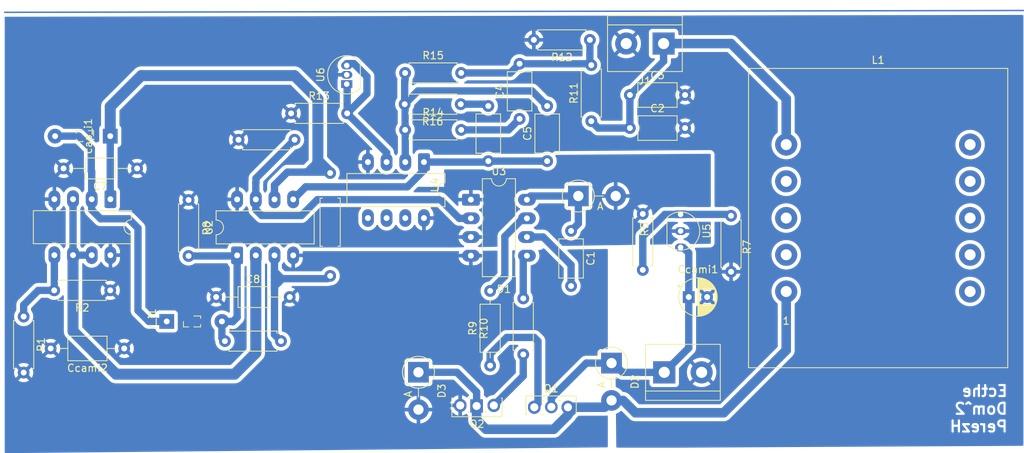
<source format=kicad_pcb>
(kicad_pcb (version 20241229) (generator "pcbnew") (generator_version "9.0")
  (layers (0 "F.Cu" signal) (2 "B.Cu" signal) (13 "F.Paste" user) (15 "B.Paste" user) (5 "F.SilkS" user "F.Silkscreen") (7 "B.SilkS" user "B.Silkscreen") (1 "F.Mask" user) (3 "B.Mask" user) (25 "Edge.Cuts" user))
  (net 0 "")
  (net 1 "Vref")
  (net 2 "GND")
  (net 3 "Net-(U1A--)")
  (net 4 "Net-(U2B--)")
  (net 5 "Net-(r_i1-Pin_2)")
  (net 6 "Net-(U2A-+)")
  (net 7 "Vin")
  (net 8 "Net-(U1A-+)")
  (net 9 "Net-(U1B-+)")
  (net 10 "Net-(U3-VS)")
  (net 11 "Net-(D1-K)")
  (net 12 "Net-(J1-Pin_1)")
  (net 13 "Net-(C4-Pad2)")
  (net 14 "Net-(C4-Pad1)")
  (net 15 "Net-(U4A--)")
  (net 16 "Net-(C6-Pad2)")
  (net 17 "Vreg")
  (net 18 "Net-(D2-A)")
  (net 19 "Net-(Q1-G)")
  (net 20 "Net-(Q2-G)")
  (net 21 "Net-(U5-ADJ)")
  (net 22 "Net-(U3-IN)")
  (net 23 "Net-(U3-LO)")
  (net 24 "Net-(U4A-+)")
  (net 25 "Net-(U3-HO)")
  (footprint "Package_TO_SOT_THT:SIPAK_Vertical" (layer "F.Cu") (at 142.75 111.5 180)
    (property "Reference" "Q2" (at 2.286 -2.54 0) (layer "F.SilkS"))
    (property "Value" "NMOS")
    (pad "1" thru_hole rect (at 2.340846 -0.0785 180) (size 1.7145 1.8) (drill 1.1) (layers "*.Cu" "*.Mask") (net 18 "Net-(D2-A)"))
    (pad "2" thru_hole oval (at 0 0 180) (size 1.7145 1.8) (drill 1.1) (layers "*.Cu" "*.Mask") (net 20 "Net-(Q2-G)"))
    (pad "3" thru_hole oval (at 4.572 0 180) (size 1.7145 1.8) (drill 1.1) (layers "*.Cu" "*.Mask") (net 2 "GND"))
  )
  (footprint "Diode_THT:D_5W_P5.08mm_Vertical_AnodeUp" (layer "F.Cu") (at 158.75 105.73995 -90)
    (property "Reference" "D2" (at 2.54 -3.174899 90) (layer "F.SilkS"))
    (property "Value" "D")
    (fp_text user "A" (at 2.98 1.4 90) (layer "F.SilkS"))
    (pad "1" thru_hole rect (at 0 0 270) (size 2.8 2.8) (drill 1.4) (layers "*.Cu" "*.Mask") (net 7 "Vin"))
    (pad "2" thru_hole oval (at 5.08 0 270) (size 2.8 2.8) (drill 1.4) (layers "*.Cu" "*.Mask") (net 18 "Net-(D2-A)"))
  )
  (footprint "Resistor_THT:R_Axial_DIN0207_L6.3mm_D2.5mm_P7.62mm_Horizontal" (layer "F.Cu") (at 146.75 96.94 -90)
    (property "Reference" "R10" (at 4.08 5.36 90) (layer "F.SilkS"))
    (property "Value" "R")
    (pad "1" thru_hole circle (at 0 0 270) (size 1.6 1.6) (drill 0.8) (layers "*.Cu" "*.Mask") (net 23 "Net-(U3-LO)"))
    (pad "2" thru_hole oval (at 7.62 0 270) (size 1.6 1.6) (drill 0.8) (layers "*.Cu" "*.Mask") (net 20 "Net-(Q2-G)"))
  )
  (footprint "Resistor_THT:R_Axial_DIN0207_L6.3mm_D2.5mm_P7.62mm_Horizontal" (layer "F.Cu") (at 101.25 83.54 -90)
    (property "Reference" "R8" (at 3.84 -2.48 90) (layer "F.SilkS"))
    (property "Value" "R" (hide yes))
    (pad "1" thru_hole circle (at 0 0 270) (size 1.6 1.6) (drill 0.8) (layers "*.Cu" "*.Mask") (net 17 "Vreg"))
    (pad "2" thru_hole circle (at 7.62 0 270) (size 1.6 1.6) (drill 0.8) (layers "*.Cu" "*.Mask") (net 5 "Net-(r_i1-Pin_2)"))
  )
  (footprint "Resistor_THT:R_Axial_DIN0207_L6.3mm_D2.5mm_P7.62mm_Horizontal" (layer "F.Cu") (at 163 85.44 -90)
    (property "Reference" "R5" (at 2.06 -0.25 90) (layer "F.SilkS"))
    (property "Value" "R")
    (pad "1" thru_hole circle (at 0 0 270) (size 1.6 1.6) (drill 0.8) (layers "*.Cu" "*.Mask") (net 17 "Vreg"))
    (pad "2" thru_hole oval (at 7.62 0 270) (size 1.6 1.6) (drill 0.8) (layers "*.Cu" "*.Mask") (net 21 "Net-(U5-ADJ)"))
  )
  (footprint "Capacitor_THT:C_Axial_L5.1mm_D3.1mm_P7.50mm_Horizontal" (layer "F.Cu") (at 161.25 69.25)
    (property "Reference" "C3" (at 3.75 -2.67 0) (layer "F.SilkS"))
    (property "Value" "C")
    (pad "1" thru_hole circle (at 0 0) (size 1.6 1.6) (drill 0.8) (layers "*.Cu" "*.Mask") (net 12 "Net-(J1-Pin_1)"))
    (pad "2" thru_hole circle (at 7.5 0) (size 1.6 1.6) (drill 0.8) (layers "*.Cu" "*.Mask") (net 2 "GND"))
  )
  (footprint "Package_TO_SOT_THT:TO-92_Inline" (layer "F.Cu") (at 122.75 67.77 90)
    (property "Reference" "U6" (at 1.27 -3.56 90) (layer "F.SilkS"))
    (property "Value" "TL431LP")
    (pad "1" thru_hole rect (at 0 0 90) (size 1.05 1.5) (drill 0.75) (layers "*.Cu" "*.Mask") (net 24 "Net-(U4A-+)"))
    (pad "2" thru_hole oval (at 1.27 0 90) (size 1.05 1.5) (drill 0.75) (layers "*.Cu" "*.Mask") (net 2 "GND"))
    (pad "3" thru_hole oval (at 2.54 0 90) (size 1.05 1.5) (drill 0.75) (layers "*.Cu" "*.Mask") (net 24 "Net-(U4A-+)"))
  )
  (footprint "Capacitor_THT:C_Axial_L3.8mm_D2.6mm_P10.00mm_Horizontal" (layer "F.Cu") (at 94.25 79.25 180)
    (property "Reference" "C7" (at 5 -2.42 0) (layer "F.SilkS"))
    (property "Value" "C")
    (pad "1" thru_hole circle (at 0 0 180) (size 1.6 1.6) (drill 0.8) (layers "*.Cu" "*.Mask") (net 17 "Vreg"))
    (pad "2" thru_hole circle (at 10 0 180) (size 1.6 1.6) (drill 0.8) (layers "*.Cu" "*.Mask") (net 2 "GND"))
  )
  (footprint "Resistor_THT:R_Axial_DIN0207_L6.3mm_D2.5mm_P7.62mm_Horizontal" (layer "F.Cu") (at 138.25 70.5 180)
    (property "Reference" "R16" (at 3.81 -2.37 0) (layer "F.SilkS"))
    (property "Value" "R")
    (pad "1" thru_hole circle (at 0 0 180) (size 1.6 1.6) (drill 0.8) (layers "*.Cu" "*.Mask") (net 16 "Net-(C6-Pad2)"))
    (pad "2" thru_hole oval (at 7.62 0 180) (size 1.6 1.6) (drill 0.8) (layers "*.Cu" "*.Mask") (net 15 "Net-(U4A--)"))
  )
  (footprint "Package_DIP:CERDIP-8_W7.62mm_SideBrazed_LongPads" (layer "F.Cu") (at 139.63 83.5)
    (property "Reference" "U3" (at 3.81 -3.855 0) (layer "F.SilkS"))
    (property "Value" "IR2104")
    (pad "1" thru_hole roundrect (at 0 0) (size 2.4 1.6) (drill 0.8) (layers "*.Cu" "*.Mask") (roundrect_rratio 0.15625) (net 17 "Vreg"))
    (pad "2" thru_hole oval (at 0 2.54) (size 2.4 1.6) (drill 0.8) (layers "*.Cu" "*.Mask") (net 22 "Net-(U3-IN)"))
    (pad "3" thru_hole oval (at 0 5.08) (size 2.4 1.6) (drill 0.8) (layers "*.Cu" "*.Mask") (net 17 "Vreg"))
    (pad "4" thru_hole oval (at 0 7.62) (size 2.4 1.6) (drill 0.8) (layers "*.Cu" "*.Mask") (net 2 "GND"))
    (pad "5" thru_hole oval (at 7.62 7.62) (size 2.4 1.6) (drill 0.8) (layers "*.Cu" "*.Mask") (net 23 "Net-(U3-LO)"))
    (pad "6" thru_hole oval (at 7.62 5.08) (size 2.4 1.6) (drill 0.8) (layers "*.Cu" "*.Mask") (net 10 "Net-(U3-VS)"))
    (pad "7" thru_hole oval (at 7.62 2.54) (size 2.4 1.6) (drill 0.8) (layers "*.Cu" "*.Mask") (net 25 "Net-(U3-HO)"))
    (pad "8" thru_hole oval (at 7.62 0) (size 2.4 1.6) (drill 0.8) (layers "*.Cu" "*.Mask") (net 11 "Net-(D1-K)"))
  )
  (footprint "Resistor_THT:R_Axial_DIN0207_L6.3mm_D2.5mm_P7.62mm_Horizontal" (layer "F.Cu") (at 90.6 95.84 180)
    (property "Reference" "R2" (at 3.81 -2.37 0) (layer "F.SilkS"))
    (property "Value" "100k")
    (pad "1" thru_hole circle (at 0 0 180) (size 1.6 1.6) (drill 0.8) (layers "*.Cu" "*.Mask") (net 17 "Vreg"))
    (pad "2" thru_hole circle (at 7.62 0 180) (size 1.6 1.6) (drill 0.8) (layers "*.Cu" "*.Mask") (net 9 "Net-(U1B-+)"))
  )
  (footprint "Capacitor_THT:C_Axial_L5.1mm_D3.1mm_P7.50mm_Horizontal" (layer "F.Cu") (at 146.25 72.5 90)
    (property "Reference" "C4" (at 3.75 -2.67 90) (layer "F.SilkS"))
    (property "Value" "C")
    (pad "1" thru_hole circle (at 0 0 90) (size 1.6 1.6) (drill 0.8) (layers "*.Cu" "*.Mask") (net 14 "Net-(C4-Pad1)"))
    (pad "2" thru_hole circle (at 7.5 0 90) (size 1.6 1.6) (drill 0.8) (layers "*.Cu" "*.Mask") (net 13 "Net-(C4-Pad2)"))
  )
  (footprint "Package_DIP:CERDIP-8_W7.62mm_SideBrazed_LongPads" (layer "F.Cu") (at 90.62 83.43 -90)
    (property "Reference" "U1" (hide yes))
    (property "Value" "TL072")
    (pad "1" thru_hole roundrect (at 0 0 270) (size 2.4 1.6) (drill 0.8) (layers "*.Cu" "*.Mask") (roundrect_rratio 0.15625) (net 4 "Net-(U2B--)"))
    (pad "2" thru_hole oval (at 0 2.54 270) (size 2.4 1.6) (drill 0.8) (layers "*.Cu" "*.Mask") (net 3 "Net-(U1A--)"))
    (pad "3" thru_hole oval (at 0 5.08 270) (size 2.4 1.6) (drill 0.8) (layers "*.Cu" "*.Mask") (net 8 "Net-(U1A-+)"))
    (pad "4" thru_hole oval (at 0 7.62 270) (size 2.4 1.6) (drill 0.8) (layers "*.Cu" "*.Mask") (net 2 "GND"))
    (pad "5" thru_hole oval (at 7.62 7.62 270) (size 2.4 1.6) (drill 0.8) (layers "*.Cu" "*.Mask") (net 9 "Net-(U1B-+)"))
    (pad "6" thru_hole oval (at 7.62 5.08 270) (size 2.4 1.6) (drill 0.8) (layers "*.Cu" "*.Mask") (net 8 "Net-(U1A-+)"))
    (pad "7" thru_hole oval (at 7.62 2.54 270) (size 2.4 1.6) (drill 0.8) (layers "*.Cu" "*.Mask") (net 8 "Net-(U1A-+)"))
    (pad "8" thru_hole oval (at 7.62 0 270) (size 2.4 1.6) (drill 0.8) (layers "*.Cu" "*.Mask") (net 17 "Vreg"))
  )
  (footprint "Resistor_THT:R_Axial_DIN0207_L6.3mm_D2.5mm_P7.62mm_Horizontal" (layer "F.Cu") (at 78.83 99.41 -90)
    (property "Reference" "R1" (at 3.81 -2.37 90) (layer "F.SilkS"))
    (property "Value" "R")
    (pad "1" thru_hole circle (at 0 0 270) (size 1.6 1.6) (drill 0.8) (layers "*.Cu" "*.Mask") (net 9 "Net-(U1B-+)"))
    (pad "2" thru_hole circle (at 7.62 0 270) (size 1.6 1.6) (drill 0.8) (layers "*.Cu" "*.Mask") (net 2 "GND"))
  )
  (footprint "Capacitor_THT:C_Axial_L5.1mm_D3.1mm_P7.50mm_Horizontal" (layer "F.Cu") (at 161.25 73.75)
    (property "Reference" "C2" (at 3.75 -2.67 0) (layer "F.SilkS"))
    (property "Value" "C")
    (pad "1" thru_hole circle (at 0 0) (size 1.6 1.6) (drill 0.8) (layers "*.Cu" "*.Mask") (net 12 "Net-(J1-Pin_1)"))
    (pad "2" thru_hole circle (at 7.5 0) (size 1.6 1.6) (drill 0.8) (layers "*.Cu" "*.Mask") (net 2 "GND"))
  )
  (footprint "Transformer_THT:Transformer_CHK_EI38-3VA_Neutral" (layer "F.Cu") (at 182.5 96)
    (property "Reference" "L1" (at 12.5 -31.5 0) (layer "F.SilkS"))
    (property "Value" "L")
    (fp_text user "1" (at 0 4 0) (layer "F.SilkS"))
    (pad "1" thru_hole circle (at 0 -20) (size 3 3) (drill 1.5) (layers "*.Cu" "*.Mask") (net 12 "Net-(J1-Pin_1)"))
    (pad "2" thru_hole circle (at 0 0) (size 3 3) (drill 1.5) (layers "*.Cu" "*.Mask") (net 18 "Net-(D2-A)"))
    (pad "3" thru_hole circle (at 0 -10) (size 3 3) (drill 1.5) (layers "*.Cu" "*.Mask"))
    (pad "4" thru_hole circle (at 0 -15) (size 3 3) (drill 1.5) (layers "*.Cu" "*.Mask"))
    (pad "5" thru_hole circle (at 0 -5) (size 3 3) (drill 1.5) (layers "*.Cu" "*.Mask"))
    (pad "6" thru_hole circle (at 25 -20) (size 3 3) (drill 1.5) (layers "*.Cu" "*.Mask"))
    (pad "7" thru_hole circle (at 25 -15) (size 3 3) (drill 1.5) (layers "*.Cu" "*.Mask"))
    (pad "8" thru_hole circle (at 25 -10) (size 3 3) (drill 1.5) (layers "*.Cu" "*.Mask"))
    (pad "9" thru_hole circle (at 25 -5) (size 3 3) (drill 1.5) (layers "*.Cu" "*.Mask"))
    (pad "10" thru_hole circle (at 25 0) (size 3 3) (drill 1.5) (layers "*.Cu" "*.Mask"))
  )
  (footprint "Capacitor_THT:C_Axial_L5.1mm_D3.1mm_P10.00mm_Horizontal" (layer "F.Cu") (at 92.5 103.75 180)
    (property "Reference" "Ccami2" (at 5 -2.67 0) (layer "F.SilkS"))
    (property "Value" "10u")
    (pad "1" thru_hole circle (at 0 0 180) (size 1.6 1.6) (drill 0.8) (layers "*.Cu" "*.Mask") (net 17 "Vreg"))
    (pad "2" thru_hole circle (at 10 0 180) (size 1.6 1.6) (drill 0.8) (layers "*.Cu" "*.Mask") (net 2 "GND"))
  )
  (footprint "Package_TO_SOT_THT:TO-92_Inline" (layer "F.Cu") (at 168.14 86.5 -90)
    (property "Reference" "U5" (at 1.27 -3.56 90) (layer "F.SilkS"))
    (property "Value" "LM317L_SOT-89")
    (pad "1" thru_hole rect (at -1 0 270) (size 1.05 1.5) (drill 0.75) (layers "*.Cu" "*.Mask") (net 21 "Net-(U5-ADJ)"))
    (pad "2" thru_hole oval (at 1.27 0 270) (size 1.05 1.5) (drill 0.75) (layers "*.Cu" "*.Mask") (net 17 "Vreg"))
    (pad "3" thru_hole oval (at 3.5 0 270) (size 1.05 1.5) (drill 0.75) (layers "*.Cu" "*.Mask") (net 7 "Vin"))
  )
  (footprint "Resistor_THT:R_Axial_DIN0207_L6.3mm_D2.5mm_P7.62mm_Horizontal" (layer "F.Cu") (at 156 72.81 90)
    (property "Reference" "R11" (at 3.81 -2.37 90) (layer "F.SilkS"))
    (property "Value" "R")
    (pad "1" thru_hole circle (at 0 0 90) (size 1.6 1.6) (drill 0.8) (layers "*.Cu" "*.Mask") (net 12 "Net-(J1-Pin_1)"))
    (pad "2" thru_hole oval (at 7.62 0 90) (size 1.6 1.6) (drill 0.8) (layers "*.Cu" "*.Mask") (net 13 "Net-(C4-Pad2)"))
  )
  (footprint "Capacitor_THT:C_Axial_L5.1mm_D3.1mm_P7.50mm_Horizontal" (layer "F.Cu") (at 150 78.25 90)
    (property "Reference" "C5" (at 3.75 -2.67 90) (layer "F.SilkS"))
    (property "Value" "C")
    (pad "1" thru_hole circle (at 0 0 90) (size 1.6 1.6) (drill 0.8) (layers "*.Cu" "*.Mask") (net 1 "Vref"))
    (pad "2" thru_hole circle (at 7.5 0 90) (size 1.6 1.6) (drill 0.8) (layers "*.Cu" "*.Mask") (net 15 "Net-(U4A--)"))
  )
  (footprint "Diode_THT:D_5W_P5.08mm_Vertical_AnodeUp" (layer "F.Cu") (at 132.5 106.98995 -90)
    (property "Reference" "D3" (at 2.54 -3.174899 90) (layer "F.SilkS"))
    (property "Value" "D")
    (fp_text user "A" (at 2.98 1.4 90) (layer "F.SilkS"))
    (pad "1" thru_hole rect (at 0 0 270) (size 2.8 2.8) (drill 1.4) (layers "*.Cu" "*.Mask") (net 18 "Net-(D2-A)"))
    (pad "2" thru_hole oval (at 5.08 0 270) (size 2.8 2.8) (drill 1.4) (layers "*.Cu" "*.Mask") (net 2 "GND"))
  )
  (footprint "Resistor_THT:R_Axial_DIN0207_L6.3mm_D2.5mm_P7.62mm_Horizontal" (layer "F.Cu") (at 113.81 102.75 180)
    (property "Reference" "R3" (hide yes))
    (property "Value" "50k" (hide yes))
    (pad "1" thru_hole circle (at 0 0 180) (size 1.6 1.6) (drill 0.8) (layers "*.Cu" "*.Mask") (net 6 "Net-(U2A-+)"))
    (pad "2" thru_hole circle (at 7.62 0 180) (size 1.6 1.6) (drill 0.8) (layers "*.Cu" "*.Mask") (net 5 "Net-(r_i1-Pin_2)"))
  )
  (footprint "Resistor_THT:R_Axial_DIN0207_L6.3mm_D2.5mm_P7.62mm_Horizontal" (layer "F.Cu") (at 130.69 66.25)
    (property "Reference" "R15" (at 3.81 -2.37 0) (layer "F.SilkS"))
    (property "Value" "R")
    (pad "1" thru_hole circle (at 0 0) (size 1.6 1.6) (drill 0.8) (layers "*.Cu" "*.Mask") (net 15 "Net-(U4A--)"))
    (pad "2" thru_hole oval (at 7.62 0) (size 1.6 1.6) (drill 0.8) (layers "*.Cu" "*.Mask") (net 13 "Net-(C4-Pad2)"))
  )
  (footprint "TerminalBlock:TerminalBlock_bornier-2_P5.08mm" (layer "F.Cu") (at 165.83 62.25 180)
    (property "Reference" "J1" (at 2.54 -5.08 0) (layer "F.SilkS"))
    (property "Value" "Conn_01x02_Pin")
    (pad "1" thru_hole rect (at 0 0 180) (size 3 3) (drill 1.52) (layers "*.Cu" "*.Mask") (net 12 "Net-(J1-Pin_1)"))
    (pad "2" thru_hole circle (at 5.08 0 180) (size 3 3) (drill 1.52) (layers "*.Cu" "*.Mask") (net 2 "GND"))
  )
  (footprint "Resistor_THT:R_Axial_DIN0207_L6.3mm_D2.5mm_P10.16mm_Horizontal" (layer "F.Cu") (at 142.25 106.08 90)
    (property "Reference" "R9" (at 5.08 -2.37 90) (layer "F.SilkS"))
    (property "Value" "R")
    (pad "1" thru_hole circle (at 0 0 90) (size 1.6 1.6) (drill 0.8) (layers "*.Cu" "*.Mask") (net 19 "Net-(Q1-G)"))
    (pad "2" thru_hole oval (at 10.16 0 90) (size 1.6 1.6) (drill 0.8) (layers "*.Cu" "*.Mask") (net 25 "Net-(U3-HO)"))
  )
  (footprint "Resistor_THT:R_Axial_DIN0207_L6.3mm_D2.5mm_P7.62mm_Horizontal" (layer "F.Cu") (at 115.19 71.75)
    (property "Reference" "R13" (at 3.81 -2.37 0) (layer "F.SilkS"))
    (property "Value" "R")
    (pad "1" thru_hole circle (at 0 0) (size 1.6 1.6) (drill 0.8) (layers "*.Cu" "*.Mask") (net 17 "Vreg"))
    (pad "2" thru_hole oval (at 7.62 0) (size 1.6 1.6) (drill 0.8) (layers "*.Cu" "*.Mask") (net 24 "Net-(U4A-+)"))
  )
  (footprint "Resistor_THT:R_Axial_DIN0207_L6.3mm_D2.5mm_P7.62mm_Horizontal" (layer "F.Cu") (at 155.81 61.75 180)
    (property "Reference" "R12" (at 3.81 -2.37 0) (layer "F.SilkS"))
    (property "Value" "R")
    (pad "1" thru_hole circle (at 0 0 180) (size 1.6 1.6) (drill 0.8) (layers "*.Cu" "*.Mask") (net 13 "Net-(C4-Pad2)"))
    (pad "2" thru_hole oval (at 7.62 0 180) (size 1.6 1.6) (drill 0.8) (layers "*.Cu" "*.Mask") (net 2 "GND"))
  )
  (footprint "Resistor_THT:R_Axial_DIN0207_L6.3mm_D2.5mm_P7.62mm_Horizontal" (layer "F.Cu") (at 120.5 90.37 90)
    (property "Reference" "R4" (hide yes))
    (property "Value" "47k" (hide yes))
    (pad "1" thru_hole circle (at -3.5 0 90) (size 1.6 1.6) (drill 0.8) (layers "*.Cu" "*.Mask") (net 6 "Net-(U2A-+)"))
    (pad "2" thru_hole circle (at 10.5 0 90) (size 1.6 1.6) (drill 0.8) (layers "*.Cu" "*.Mask") (net 4 "Net-(U2B--)"))
  )
  (footprint "Package_DIP:CERDIP-8_W7.62mm_SideBrazed_LongPads" (layer "F.Cu") (at 107.85 91.08 90)
    (property "Reference" "U2" (at 3.81 -3.855 90) (layer "F.SilkS"))
    (property "Value" "LM393")
    (pad "1" thru_hole roundrect (at 0 0 90) (size 2.4 1.6) (drill 0.8) (layers "*.Cu" "*.Mask") (roundrect_rratio 0.15625) (net 5 "Net-(r_i1-Pin_2)"))
    (pad "2" thru_hole oval (at 0 2.54 90) (size 2.4 1.6) (drill 0.8) (layers "*.Cu" "*.Mask") (net 8 "Net-(U1A-+)"))
    (pad "3" thru_hole oval (at 0 5.08 90) (size 2.4 1.6) (drill 0.8) (layers "*.Cu" "*.Mask") (net 6 "Net-(U2A-+)"))
    (pad "4" thru_hole oval (at 0 7.62 90) (size 2.4 1.6) (drill 0.8) (layers "*.Cu" "*.Mask") (net 2 "GND"))
    (pad "5" thru_hole oval (at 7.62 7.62 90) (size 2.4 1.6) (drill 0.8) (layers "*.Cu" "*.Mask") (net 1 "Vref"))
    (pad "6" thru_hole oval (at 7.62 5.08 90) (size 2.4 1.6) (drill 0.8) (layers "*.Cu" "*.Mask") (net 4 "Net-(U2B--)"))
    (pad "7" thru_hole oval (at 7.62 2.54 90) (size 2.4 1.6) (drill 0.8) (layers "*.Cu" "*.Mask") (net 22 "Net-(U3-IN)"))
    (pad "8" thru_hole oval (at 7.62 0 90) (size 2.4 1.6) (drill 0.8) (layers "*.Cu" "*.Mask") (net 17 "Vreg"))
  )
  (footprint "Capacitor_THT:C_Axial_L5.1mm_D3.1mm_P7.50mm_Horizontal" (layer "F.Cu") (at 142 78.25 90)
    (property "Reference" "C6" (hide yes))
    (property "Value" "C" (hide yes))
    (pad "1" thru_hole circle (at 0 0 90) (size 1.6 1.6) (drill 0.8) (layers "*.Cu" "*.Mask") (net 1 "Vref"))
    (pad "2" thru_hole circle (at 7.5 0 90) (size 1.6 1.6) (drill 0.8) (layers "*.Cu" "*.Mask") (net 16 "Net-(C6-Pad2)"))
  )
  (footprint "Package_TO_SOT_THT:SIPAK_Vertical" (layer "F.Cu") (at 148.25 111.75)
    (property "Reference" "Q1" (at 2.286 -2.54 0) (layer "F.SilkS"))
    (property "Value" "NMOS" (hide yes))
    (pad "1" thru_hole circle (at 2.319903 -0.043596) (size 1.7145 1.7145) (drill 1.1) (layers "*.Cu" "*.Mask") (net 7 "Vin"))
    (pad "2" thru_hole oval (at 0 0) (size 1.7145 1.8) (drill 1.1) (layers "*.Cu" "*.Mask") (net 19 "Net-(Q1-G)"))
    (pad "3" thru_hole oval (at 4.572 0) (size 1.7145 1.8) (drill 1.1) (layers "*.Cu" "*.Mask") (net 18 "Net-(D2-A)"))
  )
  (footprint "TerminalBlock:TerminalBlock_bornier-2_P5.08mm" (layer "F.Cu") (at 165.92 107)
    (property "Reference" "BT1" (hide yes))
    (property "Value" "Battery")
    (pad "1" thru_hole rect (at 0 0) (size 3 3) (drill 1.52) (layers "*.Cu" "*.Mask") (net 7 "Vin"))
    (pad "2" thru_hole circle (at 5.08 0) (size 3 3) (drill 1.52) (layers "*.Cu" "*.Mask") (net 2 "GND"))
  )
  (footprint "Capacitor_THT:C_Axial_L3.8mm_D2.6mm_P10.00mm_Horizontal" (layer "F.Cu") (at 105 96.75)
    (property "Reference" "C8" (at 5 -2.42 0) (layer "F.SilkS"))
    (property "Value" "C")
    (pad "1" thru_hole circle (at 0 0) (size 1.6 1.6) (drill 0.8) (layers "*.Cu" "*.Mask") (net 17 "Vreg"))
    (pad "2" thru_hole circle (at 10 0) (size 1.6 1.6) (drill 0.8) (layers "*.Cu" "*.Mask") (net 2 "GND"))
  )
  (footprint "Resistor_THT:R_Axial_DIN0207_L6.3mm_D2.5mm_P7.62mm_Horizontal" (layer "F.Cu") (at 175 85.69 -90)
    (property "Reference" "R7" (at 4.25 -2.18 90) (layer "F.SilkS"))
    (property "Value" "R")
    (pad "1" thru_hole circle (at 0 0 270) (size 1.6 1.6) (drill 0.8) (layers "*.Cu" "*.Mask") (net 21 "Net-(U5-ADJ)"))
    (pad "2" thru_hole oval (at 7.62 0 270) (size 1.6 1.6) (drill 0.8) (layers "*.Cu" "*.Mask") (net 2 "GND"))
  )
  (footprint "Package_DIP:CERDIP-8_W7.62mm_SideBrazed_LongPads" (layer "F.Cu") (at 133.25 78.38 -90)
    (property "Reference" "U4" (at 3.12 -1.5 90) (layer "F.SilkS"))
    (property "Value" "TL072")
    (pad "1" thru_hole roundrect (at 0 0 270) (size 2.4 1.6) (drill 0.8) (layers "*.Cu" "*.Mask") (roundrect_rratio 0.15625) (net 1 "Vref"))
    (pad "2" thru_hole oval (at 0 2.54 270) (size 2.4 1.6) (drill 0.8) (layers "*.Cu" "*.Mask") (net 15 "Net-(U4A--)"))
    (pad "3" thru_hole oval (at 0 5.08 270) (size 2.4 1.6) (drill 0.8) (layers "*.Cu" "*.Mask") (net 24 "Net-(U4A-+)"))
    (pad "4" thru_hole oval (at 0 7.62 270) (size 2.4 1.6) (drill 0.8) (layers "*.Cu" "*.Mask") (net 2 "GND"))
    (pad "5" thru_hole oval (at 7.62 7.62 270) (size 2.4 1.6) (drill 0.8) (layers "*.Cu" "*.Mask"))
    (pad "6" thru_hole oval (at 7.62 5.08 270) (size 2.4 1.6) (drill 0.8) (layers "*.Cu" "*.Mask"))
    (pad "7" thru_hole oval (at 7.62 2.54 270) (size 2.4 1.6) (drill 0.8) (layers "*.Cu" "*.Mask"))
    (pad "8" thru_hole oval (at 7.62 0 270) (size 2.4 1.6) (drill 0.8) (layers "*.Cu" "*.Mask") (net 17 "Vreg"))
  )
  (footprint "Resistor_THT:R_Axial_DIN0207_L6.3mm_D2.5mm_P7.62mm_Horizontal" (layer "F.Cu") (at 130.69 74)
    (property "Reference" "R14" (at 3.81 -2.37 0) (layer "F.SilkS"))
    (property "Value" "R")
    (pad "1" thru_hole circle (at 0 0) (size 1.6 1.6) (drill 0.8) (layers "*.Cu" "*.Mask") (net 15 "Net-(U4A--)"))
    (pad "2" thru_hole oval (at 7.62 0) (size 1.6 1.6) (drill 0.8) (layers "*.Cu" "*.Mask") (net 14 "Net-(C4-Pad1)"))
  )
  (footprint "Connector_PinHeader_1.00mm:PinHeader_1x02_P1.00mm_Vertical" (layer "F.Cu") (at 101.28 100.07 90)
    (property "Reference" "r_i1" (at 0.36 -4.98 90) (layer "F.SilkS"))
    (property "Value" "Conn_01x02_Pin")
    (pad "1" thru_hole rect (at 0 -3 90) (size 2 2) (drill 0.8) (layers "*.Cu" "*.Mask" "Eco2.User") (net 3 "Net-(U1A--)"))
    (pad "2" thru_hole circle (at 0 4.5 90) (size 2 2) (drill 0.8) (layers "*.Cu" "*.Mask") (net 5 "Net-(r_i1-Pin_2)"))
  )
  (footprint "Capacitor_THT:C_Axial_L5.1mm_D3.1mm_P7.50mm_Horizontal" (layer "F.Cu") (at 153.25 87.75 -90)
    (property "Reference" "C1" (at 3.75 -2.67 90) (layer "F.SilkS"))
    (property "Value" "10n")
    (pad "1" thru_hole circle (at 0 0 270) (size 1.6 1.6) (drill 0.8) (layers "*.Cu" "*.Mask") (net 11 "Net-(D1-K)"))
    (pad "2" thru_hole circle (at 7.5 0 270) (size 1.6 1.6) (drill 0.8) (layers "*.Cu" "*.Mask") (net 10 "Net-(U3-VS)"))
  )
  (footprint "Capacitor_THT:CP_Radial_D5.0mm_P2.50mm" (layer "F.Cu") (at 169.25 96.75)
    (property "Reference" "Ccami1" (at 1.25 -3.75 0) (layer "F.SilkS"))
    (property "Value" "470u")
    (pad "1" thru_hole rect (at 0 0) (size 1.6 1.6) (drill 0.8) (layers "*.Cu" "*.Mask") (net 7 "Vin"))
    (pad "2" thru_hole circle (at 2.5 0) (size 1.6 1.6) (drill 0.8) (layers "*.Cu" "*.Mask") (net 2 "GND"))
  )
  (footprint "Diode_THT:D_5W_P5.08mm_Vertical_AnodeUp" (layer "F.Cu") (at 154.23995 83)
    (property "Reference" "D1" (at -10.12 12.674899 180) (layer "F.SilkS"))
    (property "Value" "D")
    (fp_text user "A" (at 2.98 1.4 0) (layer "F.SilkS"))
    (pad "1" thru_hole rect (at 0 0) (size 2.8 2.8) (drill 1.4) (layers "*.Cu" "*.Mask") (net 11 "Net-(D1-K)"))
    (pad "2" thru_hole oval (at 5.08 0) (size 2.8 2.8) (drill 1.4) (layers "*.Cu" "*.Mask") (net 17 "Vreg"))
  )
  (footprint "Resistor_THT:R_Axial_DIN0207_L6.3mm_D2.5mm_P7.62mm_Horizontal" (layer "F.Cu") (at 115.66 75.34 180)
    (property "Reference" "R6" (hide yes))
    (property "Value" "1k")
    (pad "1" thru_hole circle (at 0 0 180) (size 1.6 1.6) (drill 0.8) (layers "*.Cu" "*.Mask") (net 22 "Net-(U3-IN)"))
    (pad "2" thru_hole circle (at 7.62 0 180) (size 1.6 1.6) (drill 0.8) (layers "*.Cu" "*.Mask") (net 17 "Vreg"))
  )
  (footprint "Connector_PinHeader_1.00mm:PinHeader_1x02_P1.00mm_Vertical" (layer "F.Cu") (at 87.6 74.85 -90)
    (property "Reference" "cap_i1" (at 0 0 90) (layer "F.SilkS"))
    (property "Value" "Conn_01x02_Pin")
    (pad "1" thru_hole rect (at 0 -3 270) (size 2 2) (drill 0.8) (layers "*.Cu" "*.Mask") (net 4 "Net-(U2B--)"))
    (pad "2" thru_hole circle (at 0 4.5 270) (size 2 2) (drill 0.8) (layers "*.Cu" "*.Mask") (net 3 "Net-(U1A--)"))
  )
  (gr_line (start 76.25 58) (end 214.75 57.75) (stroke (width 0.2)) (layer "B.Cu"))
  (gr_text "Ecthe\nDom^2\nPerezH" (at 212.75 115.25 0) (layer "B.Cu" knockout) (effects (font (size 1.5 1.5) (thickness 0.3) (bold yes)) (justify left bottom mirror)))
  (segment (start 115.47 83.46) (end 117.18 81.75) (width 1) (layer "B.Cu") (net 1))
  (segment (start 133.25 78.38) (end 141.87 78.38) (width 1) (layer "B.Cu") (net 1))
  (segment (start 115.47 83.46) (end 115.47 83.28) (width 1) (layer "B.Cu") (net 1))
  (segment (start 117.18 81.75) (end 131 81.75) (width 1) (layer "B.Cu") (net 1))
  (segment (start 133.25 79.5) (end 133.25 78.38) (width 1) (layer "B.Cu") (net 1))
  (segment (start 142 78.25) (end 150 78.25) (width 1) (layer "B.Cu") (net 1))
  (segment (start 141.87 78.38) (end 142 78.25) (width 1) (layer "B.Cu") (net 1))
  (segment (start 131 81.75) (end 133.25 79.5) (width 1) (layer "B.Cu") (net 1))
  (segment (start 138.25 111.5) (end 138.178 111.5) (width 1) (layer "B.Cu") (net 2))
  (segment (start 88.02 76.54) (end 88.02 79.63) (width 1) (layer "B.Cu") (net 3))
  (segment (start 95.86 100.07) (end 94.37 98.58) (width 1) (layer "B.Cu") (net 3))
  (segment (start 89.29 86.1) (end 88.08 84.89) (width 1) (layer "B.Cu") (net 3))
  (segment (start 88.02 79.63) (end 88.08 79.69) (width 1) (layer "B.Cu") (net 3))
  (segment (start 98.28 100.07) (end 95.86 100.07) (width 1) (layer "B.Cu") (net 3))
  (segment (start 88.08 84.89) (end 88.08 83.43) (width 1) (layer "B.Cu") (net 3))
  (segment (start 93.1 86.1) (end 89.29 86.1) (width 1) (layer "B.Cu") (net 3))
  (segment (start 86.33 74.85) (end 88.02 76.54) (width 1) (layer "B.Cu") (net 3))
  (segment (start 83.1 74.85) (end 86.33 74.85) (width 1) (layer "B.Cu") (net 3))
  (segment (start 94.37 98.58) (end 94.37 87.37) (width 1) (layer "B.Cu") (net 3))
  (segment (start 88.08 79.69) (end 88.08 83.43) (width 1) (layer "B.Cu") (net 3))
  (segment (start 94.37 87.37) (end 93.1 86.1) (width 1) (layer "B.Cu") (net 3))
  (segment (start 114.69 79.75) (end 117 79.75) (width 1) (layer "B.Cu") (net 4))
  (segment (start 120.38 79.75) (end 120.5 79.87) (width 1) (layer "B.Cu") (net 4))
  (segment (start 118.83 78.25) (end 118.83 69.8) (width 1.5) (layer "B.Cu") (net 4))
  (segment (start 94.82 66.61) (end 90.6 70.83) (width 1.5) (layer "B.Cu") (net 4))
  (segment (start 112.93 81.51) (end 114.69 79.75) (width 1) (layer "B.Cu") (net 4))
  (segment (start 115.64 66.61) (end 94.82 66.61) (width 1.5) (layer "B.Cu") (net 4))
  (segment (start 119.34 79.75) (end 120.38 79.75) (width 1) (layer "B.Cu") (net 4))
  (segment (start 90.66 83.39) (end 90.62 83.43) (width 1) (layer "B.Cu") (net 4))
  (segment (start 117 79.75) (end 118.32 79.75) (width 1) (layer "B.Cu") (net 4))
  (segment (start 118.83 79.24) (end 118.32 79.75) (width 1) (layer "B.Cu") (net 4))
  (segment (start 118.83 79.24) (end 118.83 78.25) (width 1.5) (layer "B.Cu") (net 4))
  (segment (start 118.32 79.75) (end 118.41 79.66) (width 1) (layer "B.Cu") (net 4))
  (segment (start 117 79.75) (end 117.33 79.75) (width 1) (layer "B.Cu") (net 4))
  (segment (start 118.88 78.25) (end 120.5 79.87) (width 1.5) (layer "B.Cu") (net 4))
  (segment (start 119.34 79.75) (end 118.83 79.24) (width 1) (layer "B.Cu") (net 4))
  (segment (start 118.32 79.75) (end 119.34 79.75) (width 1) (layer "B.Cu") (net 4))
  (segment (start 118.83 69.8) (end 115.64 66.61) (width 1.5) (layer "B.Cu") (net 4))
  (segment (start 90.6 74.85) (end 90.6 83.41) (width 1) (layer "B.Cu") (net 4))
  (segment (start 118.83 78.25) (end 118.88 78.25) (width 1.5) (layer "B.Cu") (net 4))
  (segment (start 90.6 70.83) (end 90.6 74.85) (width 1.5) (layer "B.Cu") (net 4))
  (segment (start 90.6 83.41) (end 90.62 83.43) (width 1) (layer "B.Cu") (net 4))
  (segment (start 112.93 83.46) (end 112.93 81.51) (width 1) (layer "B.Cu") (net 4))
  (segment (start 117.33 79.75) (end 118.83 78.25) (width 1) (layer "B.Cu") (net 4))
  (segment (start 107.21 100.07) (end 107.25 100.11) (width 1) (layer "B.Cu") (net 5))
  (segment (start 101.25 91.16) (end 107.77 91.16) (width 1) (layer "B.Cu") (net 5))
  (segment (start 105.78 100.07) (end 107.21 100.07) (width 1) (layer "B.Cu") (net 5))
  (segment (start 105.78 102.34) (end 106.19 102.75) (width 1) (layer "B.Cu") (net 5))
  (segment (start 107.85 99.51) (end 107.85 91.08) (width 1) (layer "B.Cu") (net 5))
  (segment (start 105.78 100.07) (end 105.78 102.34) (width 1) (layer "B.Cu") (net 5))
  (segment (start 107.25 100.11) (end 107.85 99.51) (width 1) (layer "B.Cu") (net 5))
  (segment (start 113.5 94.749) (end 113.999 94.25) (width 1) (layer "B.Cu") (net 6))
  (segment (start 113.999 94.25) (end 120.12 94.25) (width 1) (layer "B.Cu") (net 6))
  (segment (start 112.931 94.749) (end 113.5 94.749) (width 1) (layer "B.Cu") (net 6))
  (segment (start 112.93 95.319) (end 113.5 94.749) (width 1) (layer "B.Cu") (net 6))
  (segment (start 112.93 94.179) (end 113.5 94.749) (width 1) (layer "B.Cu") (net 6))
  (segment (start 112.93 94.75) (end 112.93 95.75) (width 1) (layer "B.Cu") (net 6))
  (segment (start 112.93 93.25) (end 112.93 93.75) (width 1) (layer "B.Cu") (net 6))
  (segment (start 112.93 94.75) (end 112.931 94.749) (width 1) (layer "B.Cu") (net 6))
  (segment (start 112.93 91.08) (end 112.93 93.25) (width 1) (layer "B.Cu") (net 6))
  (segment (start 112.93 101.87) (end 113.81 102.75) (width 1) (layer "B.Cu") (net 6))
  (segment (start 113.93 94.25) (end 112.93 93.25) (width 1) (layer "B.Cu") (net 6))
  (segment (start 112.93 93.75) (end 112.93 94.75) (width 1) (layer "B.Cu") (net 6))
  (segment (start 112.93 93.75) (end 112.93 94.179) (width 1) (layer "B.Cu") (net 6))
  (segment (start 113.999 94.25) (end 113.93 94.25) (width 1) (layer "B.Cu") (net 6))
  (segment (start 112.93 95.75) (end 112.93 101.87) (width 1) (layer "B.Cu") (net 6))
  (segment (start 112.93 95.75) (end 112.93 95.319) (width 1) (layer "B.Cu") (net 6))
  (segment (start 120.12 94.25) (end 120.5 93.87) (width 1) (layer "B.Cu") (net 6))
  (segment (start 158.75 105.73995) (end 158.98995 105.73995) (width 1) (layer "B.Cu") (net 7))
  (segment (start 168.5 90) (end 169.25 90.75) (width 1) (layer "B.Cu") (net 7))
  (segment (start 169.25 96.75) (end 169.25 103.67) (width 1) (layer "B.Cu") (net 7))
  (segment (start 169.25 90.75) (end 169.25 96.75) (width 1) (layer "B.Cu") (net 7))
  (segment (start 169.25 103.67) (end 165.92 107) (width 1) (layer "B.Cu") (net 7))
  (segment (start 155.324023 105.73995) (end 158.75 105.73995) (width 1) (layer "B.Cu") (net 7))
  (segment (start 150.569903 111.706404) (end 150.569903 110.49407) (width 1) (layer "B.Cu") (net 7))
  (segment (start 150.569903 110.49407) (end 155.324023 105.73995) (width 1) (layer "B.Cu") (net 7))
  (segment (start 160.25 107) (end 165.92 107) (width 1) (layer "B.Cu") (net 7))
  (segment (start 168.14 90) (end 168.5 90) (width 1) (layer "B.Cu") (net 7))
  (segment (start 158.98995 105.73995) (end 160.25 107) (width 1) (layer "B.Cu") (net 7))
  (segment (start 85.54 91.05) (end 85.54 101.4) (width 1.5) (layer "B.Cu") (net 8))
  (segment (start 110.39 104.36) (end 110.39 91.08) (width 1.5) (layer "B.Cu") (net 8))
  (segment (start 107.5 107.25) (end 110.39 104.36) (width 1.5) (layer "B.Cu") (net 8))
  (segment (start 91.39 107.25) (end 107.5 107.25) (width 1.5) (layer "B.Cu") (net 8))
  (segment (start 85.54 91.05) (end 88.08 91.05) (width 1) (layer "B.Cu") (net 8))
  (segment (start 85.54 101.4) (end 91.39 107.25) (width 1.5) (layer "B.Cu") (net 8))
  (segment (start 85.54 83.43) (end 85.54 91.05) (width 1) (layer "B.Cu") (net 8))
  (segment (start 78.83 99.41) (end 78.83 97.83) (width 1) (layer "B.Cu") (net 9))
  (segment (start 82.98 95.84) (end 80.82 95.84) (width 1) (layer "B.Cu") (net 9))
  (segment (start 83 91.05) (end 83 94.99) (width 1) (layer "B.Cu") (net 9))
  (segment (start 78.83 97.83) (end 80.82 95.84) (width 1) (layer "B.Cu") (net 9))
  (segment (start 153.25 92.38) (end 149.45 88.58) (width 1) (layer "B.Cu") (net 10))
  (segment (start 149.45 88.58) (end 147.25 88.58) (width 1) (layer "B.Cu") (net 10))
  (segment (start 153.25 95.25) (end 153.25 92.38) (width 1) (layer "B.Cu") (net 10))
  (segment (start 153.5 83) (end 153.25 83.25) (width 0.2) (layer "B.Cu") (net 11))
  (segment (start 147.75 83) (end 147.25 83.5) (width 1) (layer "B.Cu") (net 11))
  (segment (start 154.23995 83) (end 153.5 83) (width 0.2) (layer "B.Cu") (net 11))
  (segment (start 154.23995 83.01005) (end 154 83.25) (width 0.2) (layer "B.Cu") (net 11))
  (segment (start 154.23995 86.76005) (end 153.25 87.75) (width 1) (layer "B.Cu") (net 11))
  (segment (start 154.23995 83) (end 154.23995 86.76005) (width 1) (layer "B.Cu") (net 11))
  (segment (start 153.5 83) (end 153.375 83.125) (width 0.2) (layer "B.Cu") (net 11))
  (segment (start 154.23995 83) (end 147.75 83) (width 1) (layer "B.Cu") (net 11))
  (segment (start 154.23995 83) (end 154.23995 83.01005) (width 0.2) (layer "B.Cu") (net 11))
  (segment (start 156 72.81) (end 156.94 73.75) (width 1) (layer "B.Cu") (net 12))
  (segment (start 175 62.25) (end 182.5 69.75) (width 1.3) (layer "B.Cu") (net 12))
  (segment (start 165.83 64.67) (end 161.25 69.25) (width 1) (layer "B.Cu") (net 12))
  (segment (start 165.83 62.25) (end 165.83 64.67) (width 1) (layer "B.Cu") (net 12))
  (segment (start 161.25 69.25) (end 161.25 73.75) (width 1) (layer "B.Cu") (net 12))
  (segment (start 182.5 69.75) (end 182.5 76) (width 1.3) (layer "B.Cu") (net 12))
  (segment (start 156.94 73.75) (end 161.25 73.75) (width 1) (layer "B.Cu") (net 12))
  (segment (start 165.83 62.25) (end 175 62.25) (width 1.3) (layer "B.Cu") (net 12))
  (segment (start 155.81 65) (end 156 65.19) (width 1) (layer "B.Cu") (net 13))
  (segment (start 145 66.25) (end 146.25 65) (width 1) (layer "B.Cu") (net 13))
  (segment (start 146.25 65) (end 155.81 65) (width 1) (layer "B.Cu") (net 13))
  (segment (start 155.81 61.75) (end 155.81 65) (width 1) (layer "B.Cu") (net 13))
  (segment (start 138.31 66.25) (end 145 66.25) (width 1) (layer "B.Cu") (net 13))
  (segment (start 144.75 74) (end 146.25 72.5) (width 1) (layer "B.Cu") (net 14))
  (segment (start 138.31 74) (end 144.75 74) (width 1) (layer "B.Cu") (net 14))
  (segment (start 130.71 78.38) (end 130.71 74.02) (width 1) (layer "B.Cu") (net 15))
  (segment (start 132.431 68.699) (end 130.63 70.5) (width 1) (layer "B.Cu") (net 15))
  (segment (start 147.949 68.699) (end 132.431 68.699) (width 1) (layer "B.Cu") (net 15))
  (segment (start 130.63 70.5) (end 130.63 67.31) (width 1) (layer "B.Cu") (net 15))
  (segment (start 130.63 67.31) (end 130.69 67.25) (width 1) (layer "B.Cu") (net 15))
  (segment (start 130.69 70.56) (end 130.63 70.5) (width 1) (layer "B.Cu") (net 15))
  (segment (start 150 70.75) (end 147.949 68.699) (width 1) (layer "B.Cu") (net 15))
  (segment (start 130.69 74) (end 130.69 70.56) (width 1) (layer "B.Cu") (net 15))
  (segment (start 130.71 74.02) (end 130.69 74) (width 1) (layer "B.Cu") (net 15))
  (segment (start 130.69 66.25) (end 130.69 67.25) (width 1) (layer "B.Cu") (net 15))
  (segment (start 138.25 70.5) (end 141.75 70.5) (width 1) (layer "B.Cu") (net 16))
  (segment (start 141.75 70.5) (end 142 70.75) (width 1) (layer "B.Cu") (net 16))
  (segment (start 157.81995 111.75) (end 158.75 110.81995) (width 1) (layer "B.Cu") (net 18))
  (segment (start 160.31995 110.81995) (end 158.75 110.81995) (width 1) (layer "B.Cu") (net 18))
  (segment (start 140.581654 113.651) (end 141.680654 114.75) (width 1.3) (layer "B.Cu") (net 18))
  (segment (start 154 111.75) (end 157.81995 111.75) (width 1.3) (layer "B.Cu") (net 18))
  (segment (start 152.822 112.822) (end 152.822 111.75) (width 1) (layer "B.Cu") (net 18))
  (segment (start 182.5 104) (end 182.5 96) (width 1.3) (layer "B.Cu") (net 18))
  (segment (start 141.680654 114.75) (end 150.894 114.75) (width 1.3) (layer "B.Cu") (net 18))
  (segment (start 152.822 111.75) (end 154 111.75) (width 1.3) (layer "B.Cu") (net 18))
  (segment (start 140.409154 113.4785) (end 140.581654 113.651) (width 1) (layer "B.Cu") (net 18))
  (segment (start 160.31995 110.81995) (end 162 112.5) (width 1.3) (layer "B.Cu") (net 18))
  (segment (start 150.894 114.75) (end 152.822 112.822) (width 1.3) (layer "B.Cu") (net 18))
  (segment (start 140.409154 111.5785) (end 140.409154 113.4785) (width 1.3) (layer "B.Cu") (net 18))
  (segment (start 140.409154 109.6785) (end 137.720604 106.98995) (width 1) (layer "B.Cu") (net 18))
  (segment (start 137.720604 106.98995) (end 132.5 106.98995) (width 1) (layer "B.Cu") (net 18))
  (segment (start 162 112.5) (end 174 112.5) (width 1.3) (layer "B.Cu") (net 18))
  (segment (start 152.822 112.822) (end 152.928 112.822) (width 1) (layer "B.Cu") (net 18))
  (segment (start 152.928 112.822) (end 154 111.75) (width 1) (layer "B.Cu") (net 18))
  (segment (start 140.409154 111.5785) (end 140.409154 109.6785) (width 1) (layer "B.Cu") (net 18))
  (segment (start 174 112.5) (end 182.5 104) (width 1.3) (layer "B.Cu") (net 18))
  (segment (start 144.5 102.25) (end 142.25 104.5) (width 1) (layer "B.Cu") (net 19))
  (segment (start 148.25 111.75) (end 148.75 111.25) (width 1) (layer "B.Cu") (net 19))
  (segment (start 148.75 102.75) (end 148.25 102.25) (width 1) (layer "B.Cu") (net 19))
  (segment (start 148.75 111.25) (end 148.75 102.75) (width 1) (layer "B.Cu") (net 19))
  (segment (start 148.25 102.25) (end 144.5 102.25) (width 1) (layer "B.Cu") (net 19))
  (segment (start 142.25 104.5) (end 142.25 106.08) (width 1) (layer "B.Cu") (net 19))
  (segment (start 146.75 107.5) (end 142.75 111.5) (width 1) (layer "B.Cu") (net 20))
  (segment (start 146.75 104.56) (end 146.75 107.5) (width 1) (layer "B.Cu") (net 20))
  (segment (start 163 88.5) (end 163 93.06) (width 1) (layer "B.Cu") (net 21))
  (segment (start 168.14 85.5) (end 166 85.5) (width 1) (layer "B.Cu") (net 21))
  (segment (start 174.81 85.5) (end 175 85.69) (width 1) (layer "B.Cu") (net 21))
  (segment (start 166 85.5) (end 163 88.5) (width 1) (layer "B.Cu") (net 21))
  (segment (start 168.14 85.5) (end 174.81 85.5) (width 1) (layer "B.Cu") (net 21))
  (segment (start 138.04 86.04) (end 139.63 86.04) (width 1) (layer "B.Cu") (net 22))
  (segment (start 111.191 85.661) (end 110.39 84.86) (width 1) (layer "B.Cu") (net 22))
  (segment (start 118.75 83.5) (end 116.589 85.661) (width 1) (layer "B.Cu") (net 22))
  (segment (start 116.589 85.661) (end 111.191 85.661) (width 1) (layer "B.Cu") (net 22))
  (segment (start 110.41 80.59) (end 110.41 81.18) (width 1) (layer "B.Cu") (net 22))
  (segment (start 110.39 81.2) (end 110.39 83.46) (width 1) (layer "B.Cu") (net 22))
  (segment (start 110.41 81.18) (end 110.39 81.2) (width 1) (layer "B.Cu") (net 22))
  (segment (start 135.5 83.5) (end 138.04 86.04) (width 1) (layer "B.Cu") (net 22))
  (segment (start 115.66 75.34) (end 110.41 80.59) (width 1) (layer "B.Cu") (net 22))
  (segment (start 110.39 84.86) (end 110.39 83.46) (width 1) (layer "B.Cu") (net 22))
  (segment (start 135.5 83.5) (end 118.75 83.5) (width 1) (layer "B.Cu") (net 22))
  (segment (start 146.75 96.94) (end 146.75 91.62) (width 1) (layer "B.Cu") (net 23))
  (segment (start 146.75 91.62) (end 147.25 91.12) (width 1) (layer "B.Cu") (net 23))
  (segment (start 128.17 78.38) (end 128.17 77.11) (width 1) (layer "B.Cu") (net 24))
  (segment (start 128.17 77.11) (end 122.81 71.75) (width 1) (layer "B.Cu") (net 24))
  (segment (start 122.81 71.75) (end 122.81 68.086) (width 1) (layer "B.Cu") (net 24))
  (segment (start 125.5 66.75) (end 123.724 64.974) (width 1) (layer "B.Cu") (net 24))
  (segment (start 123.724 64.974) (end 122.75 64.974) (width 1) (layer "B.Cu") (net 24))
  (segment (start 122.81 71.75) (end 125.5 69.06) (width 1) (layer "B.Cu") (net 24))
  (segment (start 125.5 69.06) (end 125.5 66.75) (width 1) (layer "B.Cu") (net 24))
  (segment (start 122.81 68.086) (end 122.75 68.026) (width 1) (layer "B.Cu") (net 24))
  (segment (start 144.25 93.92) (end 142.25 95.92) (width 1) (layer "B.Cu") (net 25))
  (segment (start 147.25 86.04) (end 146.71 86.04) (width 1) (layer "B.Cu") (net 25))
  (segment (start 144.25 88.5) (end 144.25 93.92) (width 1) (layer "B.Cu") (net 25))
  (segment (start 146.71 86.04) (end 144.25 88.5) (width 1) (layer "B.Cu") (net 25))
  (zone (net 17) (net_name "Vreg") (layer "B.Cu") (priority 1) (connect_pads (clearance 0.5)) (min_thickness 0.25) (fill yes (thermal_gap 0.5) (thermal_bridge_width 0.5))
    (polygon (pts (xy 110.25 104.25) (xy 107.25 107.5) (xy 91.75 107.5) (xy 85.5 101.5) (xy 85.5 83.25) (xy 88 83.25) (xy 88 76.25) (xy 90 76) (xy 90.5 70.75) (xy 94.75 66.5) (xy 115.5 66.5) (xy 119 69.75) (xy 119.25 78.75) (xy 122.25 81.75) (xy 136 81.75) (xy 136 77.5) (xy 172.25 77.25) (xy 172.25 89.5) (xy 137.25 90) (xy 126.5 90) (xy 110.5 90)))
  )
  (zone (net 2) (net_name "GND") (layer "B.Cu") (connect_pads (clearance 0.5)) (min_thickness 0.25) (fill yes (thermal_gap 0.5) (thermal_bridge_width 0.5))
    (polygon (pts (xy 76.25 58) (xy 214.75 57.75) (xy 214.75 117) (xy 168.25 117.25) (xy 159.396811 117.25) (xy 159.144391 89.98403) (xy 172.25 89.750001) (xy 172.25 77.25) (xy 136 77.5) (xy 136 81.75) (xy 118.75 81.75) (xy 118.75 70) (xy 115.75 66.75) (xy 95 66.75) (xy 90.75 70.75) (xy 90.5 83.5) (xy 85.5 83.25) (xy 85.5 101.5) (xy 91.75 107.5) (xy 107.25 107.5) (xy 110.5 104) (xy 110.5 90) (xy 158.25 90) (xy 158.25 117.208991) (xy 76.25 118)))
  )
)
</source>
